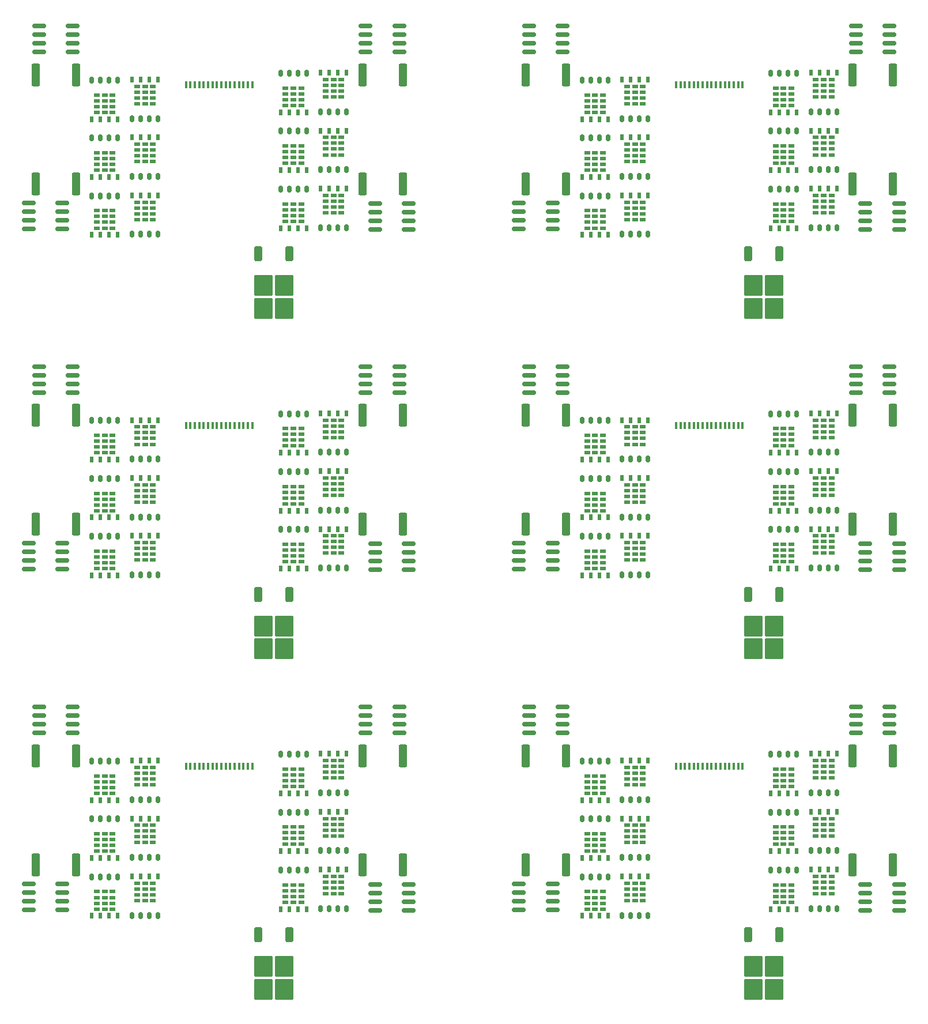
<source format=gbr>
%TF.GenerationSoftware,KiCad,Pcbnew,8.0.2*%
%TF.CreationDate,2024-05-05T14:00:19+02:00*%
%TF.ProjectId,panelized,70616e65-6c69-47a6-9564-2e6b69636164,rev?*%
%TF.SameCoordinates,Original*%
%TF.FileFunction,Paste,Bot*%
%TF.FilePolarity,Positive*%
%FSLAX46Y46*%
G04 Gerber Fmt 4.6, Leading zero omitted, Abs format (unit mm)*
G04 Created by KiCad (PCBNEW 8.0.2) date 2024-05-05 14:00:19*
%MOMM*%
%LPD*%
G01*
G04 APERTURE LIST*
G04 Aperture macros list*
%AMRoundRect*
0 Rectangle with rounded corners*
0 $1 Rounding radius*
0 $2 $3 $4 $5 $6 $7 $8 $9 X,Y pos of 4 corners*
0 Add a 4 corners polygon primitive as box body*
4,1,4,$2,$3,$4,$5,$6,$7,$8,$9,$2,$3,0*
0 Add four circle primitives for the rounded corners*
1,1,$1+$1,$2,$3*
1,1,$1+$1,$4,$5*
1,1,$1+$1,$6,$7*
1,1,$1+$1,$8,$9*
0 Add four rect primitives between the rounded corners*
20,1,$1+$1,$2,$3,$4,$5,0*
20,1,$1+$1,$4,$5,$6,$7,0*
20,1,$1+$1,$6,$7,$8,$9,0*
20,1,$1+$1,$8,$9,$2,$3,0*%
G04 Aperture macros list end*
%ADD10R,0.900000X0.600000*%
%ADD11R,0.600000X0.900000*%
%ADD12RoundRect,0.150000X0.150000X0.375000X-0.150000X0.375000X-0.150000X-0.375000X0.150000X-0.375000X0*%
%ADD13RoundRect,0.150000X-0.150000X-0.375000X0.150000X-0.375000X0.150000X0.375000X-0.150000X0.375000X0*%
%ADD14RoundRect,0.250000X0.362500X1.425000X-0.362500X1.425000X-0.362500X-1.425000X0.362500X-1.425000X0*%
%ADD15RoundRect,0.150000X0.825000X0.150000X-0.825000X0.150000X-0.825000X-0.150000X0.825000X-0.150000X0*%
%ADD16RoundRect,0.150000X-0.825000X-0.150000X0.825000X-0.150000X0.825000X0.150000X-0.825000X0.150000X0*%
%ADD17R,0.350000X1.000000*%
%ADD18RoundRect,0.250000X-0.362500X-1.425000X0.362500X-1.425000X0.362500X1.425000X-0.362500X1.425000X0*%
%ADD19RoundRect,0.250000X-0.350000X0.850000X-0.350000X-0.850000X0.350000X-0.850000X0.350000X0.850000X0*%
%ADD20RoundRect,0.250000X-1.125000X1.275000X-1.125000X-1.275000X1.125000X-1.275000X1.125000X1.275000X0*%
G04 APERTURE END LIST*
D10*
%TO.C,Q12*%
X126051000Y-127450000D03*
X124901000Y-127450000D03*
X123751000Y-127450000D03*
X126051000Y-128300000D03*
X124901000Y-128300000D03*
X123751000Y-128300000D03*
X126051000Y-129150000D03*
X124901000Y-129150000D03*
X123751000Y-129150000D03*
X126051000Y-130000000D03*
X124901000Y-130000000D03*
X123751000Y-130000000D03*
D11*
X126806000Y-131000000D03*
X125536000Y-131000000D03*
X124266000Y-131000000D03*
X122996000Y-131000000D03*
D12*
X125536000Y-125275000D03*
X124266000Y-125275000D03*
X122996000Y-125275000D03*
X126806000Y-125275000D03*
%TD*%
D10*
%TO.C,Q7*%
X57651000Y-120250000D03*
X58801000Y-120250000D03*
X59951000Y-120250000D03*
X57651000Y-119400000D03*
X58801000Y-119400000D03*
X59951000Y-119400000D03*
X57651000Y-118550000D03*
X58801000Y-118550000D03*
X59951000Y-118550000D03*
X57651000Y-117700000D03*
X58801000Y-117700000D03*
X59951000Y-117700000D03*
D11*
X56896000Y-116700000D03*
X58166000Y-116700000D03*
X59436000Y-116700000D03*
X60706000Y-116700000D03*
D13*
X58166000Y-122425000D03*
X59436000Y-122425000D03*
X60706000Y-122425000D03*
X56896000Y-122425000D03*
%TD*%
D10*
%TO.C,Q7*%
X57651000Y-70250000D03*
X58801000Y-70250000D03*
X59951000Y-70250000D03*
X57651000Y-69400000D03*
X58801000Y-69400000D03*
X59951000Y-69400000D03*
X57651000Y-68550000D03*
X58801000Y-68550000D03*
X59951000Y-68550000D03*
X57651000Y-67700000D03*
X58801000Y-67700000D03*
X59951000Y-67700000D03*
D11*
X56896000Y-66700000D03*
X58166000Y-66700000D03*
X59436000Y-66700000D03*
X60706000Y-66700000D03*
D13*
X58166000Y-72425000D03*
X59436000Y-72425000D03*
X60706000Y-72425000D03*
X56896000Y-72425000D03*
%TD*%
D14*
%TO.C,R15*%
X92963500Y-8500000D03*
X87038500Y-8500000D03*
%TD*%
D15*
%TO.C,U7*%
X18976000Y-77295000D03*
X18976000Y-78565000D03*
X18976000Y-79835000D03*
X18976000Y-81105000D03*
X14026000Y-81105000D03*
X14026000Y-79835000D03*
X14026000Y-78565000D03*
X14026000Y-77295000D03*
%TD*%
D10*
%TO.C,Q8*%
X101951000Y-29750000D03*
X103101000Y-29750000D03*
X104251000Y-29750000D03*
X101951000Y-28900000D03*
X103101000Y-28900000D03*
X104251000Y-28900000D03*
X101951000Y-28050000D03*
X103101000Y-28050000D03*
X104251000Y-28050000D03*
X101951000Y-27200000D03*
X103101000Y-27200000D03*
X104251000Y-27200000D03*
D11*
X101196000Y-26200000D03*
X102466000Y-26200000D03*
X103736000Y-26200000D03*
X105006000Y-26200000D03*
D13*
X102466000Y-31925000D03*
X103736000Y-31925000D03*
X105006000Y-31925000D03*
X101196000Y-31925000D03*
%TD*%
D16*
%TO.C,U14*%
X63526000Y-105155000D03*
X63526000Y-103885000D03*
X63526000Y-102615000D03*
X63526000Y-101345000D03*
X68476000Y-101345000D03*
X68476000Y-102615000D03*
X68476000Y-103885000D03*
X68476000Y-105155000D03*
%TD*%
D17*
%TO.C,U16*%
X109126000Y-60000000D03*
X109776000Y-60000000D03*
X110426000Y-60000000D03*
X111076000Y-60000000D03*
X111726000Y-60000000D03*
X112376000Y-60000000D03*
X113026000Y-60000000D03*
X113676000Y-60000000D03*
X114326000Y-60000000D03*
X114976000Y-60000000D03*
X115626000Y-60000000D03*
X116276000Y-60000000D03*
X116926000Y-60000000D03*
X117576000Y-60000000D03*
X118226000Y-60000000D03*
X118876000Y-60000000D03*
%TD*%
D10*
%TO.C,Q9*%
X101951000Y-112750000D03*
X103101000Y-112750000D03*
X104251000Y-112750000D03*
X101951000Y-111900000D03*
X103101000Y-111900000D03*
X104251000Y-111900000D03*
X101951000Y-111050000D03*
X103101000Y-111050000D03*
X104251000Y-111050000D03*
X101951000Y-110200000D03*
X103101000Y-110200000D03*
X104251000Y-110200000D03*
D11*
X101196000Y-109200000D03*
X102466000Y-109200000D03*
X103736000Y-109200000D03*
X105006000Y-109200000D03*
D13*
X102466000Y-114925000D03*
X103736000Y-114925000D03*
X105006000Y-114925000D03*
X101196000Y-114925000D03*
%TD*%
D10*
%TO.C,Q13*%
X126051000Y-118950000D03*
X124901000Y-118950000D03*
X123751000Y-118950000D03*
X126051000Y-119800000D03*
X124901000Y-119800000D03*
X123751000Y-119800000D03*
X126051000Y-120650000D03*
X124901000Y-120650000D03*
X123751000Y-120650000D03*
X126051000Y-121500000D03*
X124901000Y-121500000D03*
X123751000Y-121500000D03*
D11*
X126806000Y-122500000D03*
X125536000Y-122500000D03*
X124266000Y-122500000D03*
X122996000Y-122500000D03*
D12*
X125536000Y-116775000D03*
X124266000Y-116775000D03*
X122996000Y-116775000D03*
X126806000Y-116775000D03*
%TD*%
D10*
%TO.C,Q11*%
X126051000Y-110450000D03*
X124901000Y-110450000D03*
X123751000Y-110450000D03*
X126051000Y-111300000D03*
X124901000Y-111300000D03*
X123751000Y-111300000D03*
X126051000Y-112150000D03*
X124901000Y-112150000D03*
X123751000Y-112150000D03*
X126051000Y-113000000D03*
X124901000Y-113000000D03*
X123751000Y-113000000D03*
D11*
X126806000Y-114000000D03*
X125536000Y-114000000D03*
X124266000Y-114000000D03*
X122996000Y-114000000D03*
D12*
X125536000Y-108275000D03*
X124266000Y-108275000D03*
X122996000Y-108275000D03*
X126806000Y-108275000D03*
%TD*%
D18*
%TO.C,R25*%
X63038500Y-124500000D03*
X68963500Y-124500000D03*
%TD*%
D10*
%TO.C,Q7*%
X129651000Y-20250000D03*
X130801000Y-20250000D03*
X131951000Y-20250000D03*
X129651000Y-19400000D03*
X130801000Y-19400000D03*
X131951000Y-19400000D03*
X129651000Y-18550000D03*
X130801000Y-18550000D03*
X131951000Y-18550000D03*
X129651000Y-17700000D03*
X130801000Y-17700000D03*
X131951000Y-17700000D03*
D11*
X128896000Y-16700000D03*
X130166000Y-16700000D03*
X131436000Y-16700000D03*
X132706000Y-16700000D03*
D13*
X130166000Y-22425000D03*
X131436000Y-22425000D03*
X132706000Y-22425000D03*
X128896000Y-22425000D03*
%TD*%
D15*
%TO.C,U7*%
X18976000Y-127295000D03*
X18976000Y-128565000D03*
X18976000Y-129835000D03*
X18976000Y-131105000D03*
X14026000Y-131105000D03*
X14026000Y-129835000D03*
X14026000Y-128565000D03*
X14026000Y-127295000D03*
%TD*%
D10*
%TO.C,Q6*%
X129651000Y-28750000D03*
X130801000Y-28750000D03*
X131951000Y-28750000D03*
X129651000Y-27900000D03*
X130801000Y-27900000D03*
X131951000Y-27900000D03*
X129651000Y-27050000D03*
X130801000Y-27050000D03*
X131951000Y-27050000D03*
X129651000Y-26200000D03*
X130801000Y-26200000D03*
X131951000Y-26200000D03*
D11*
X128896000Y-25200000D03*
X130166000Y-25200000D03*
X131436000Y-25200000D03*
X132706000Y-25200000D03*
D13*
X130166000Y-30925000D03*
X131436000Y-30925000D03*
X132706000Y-30925000D03*
X128896000Y-30925000D03*
%TD*%
D14*
%TO.C,R15*%
X92963500Y-58500000D03*
X87038500Y-58500000D03*
%TD*%
D10*
%TO.C,Q3*%
X98351000Y-111449999D03*
X97201000Y-111449999D03*
X96051000Y-111449999D03*
X98351000Y-112299999D03*
X97201000Y-112299999D03*
X96051000Y-112299999D03*
X98351000Y-113149999D03*
X97201000Y-113149999D03*
X96051000Y-113149999D03*
X98351000Y-113999999D03*
X97201000Y-113999999D03*
X96051000Y-113999999D03*
D11*
X99106000Y-114999999D03*
X97836000Y-114999999D03*
X96566000Y-114999999D03*
X95296000Y-114999999D03*
D12*
X97836000Y-109274999D03*
X96566000Y-109274999D03*
X95296000Y-109274999D03*
X99106000Y-109274999D03*
%TD*%
D17*
%TO.C,U16*%
X37126000Y-60000000D03*
X37776000Y-60000000D03*
X38426000Y-60000000D03*
X39076000Y-60000000D03*
X39726000Y-60000000D03*
X40376000Y-60000000D03*
X41026000Y-60000000D03*
X41676000Y-60000000D03*
X42326000Y-60000000D03*
X42976000Y-60000000D03*
X43626000Y-60000000D03*
X44276000Y-60000000D03*
X44926000Y-60000000D03*
X45576000Y-60000000D03*
X46226000Y-60000000D03*
X46876000Y-60000000D03*
%TD*%
D15*
%TO.C,U7*%
X18976000Y-27295000D03*
X18976000Y-28565000D03*
X18976000Y-29835000D03*
X18976000Y-31105000D03*
X14026000Y-31105000D03*
X14026000Y-29835000D03*
X14026000Y-28565000D03*
X14026000Y-27295000D03*
%TD*%
D10*
%TO.C,Q8*%
X101951000Y-79750000D03*
X103101000Y-79750000D03*
X104251000Y-79750000D03*
X101951000Y-78900000D03*
X103101000Y-78900000D03*
X104251000Y-78900000D03*
X101951000Y-78050000D03*
X103101000Y-78050000D03*
X104251000Y-78050000D03*
X101951000Y-77200000D03*
X103101000Y-77200000D03*
X104251000Y-77200000D03*
D11*
X101196000Y-76200000D03*
X102466000Y-76200000D03*
X103736000Y-76200000D03*
X105006000Y-76200000D03*
D13*
X102466000Y-81925000D03*
X103736000Y-81925000D03*
X105006000Y-81925000D03*
X101196000Y-81925000D03*
%TD*%
D10*
%TO.C,Q9*%
X29951000Y-62750000D03*
X31101000Y-62750000D03*
X32251000Y-62750000D03*
X29951000Y-61900000D03*
X31101000Y-61900000D03*
X32251000Y-61900000D03*
X29951000Y-61050000D03*
X31101000Y-61050000D03*
X32251000Y-61050000D03*
X29951000Y-60200000D03*
X31101000Y-60200000D03*
X32251000Y-60200000D03*
D11*
X29196000Y-59200000D03*
X30466000Y-59200000D03*
X31736000Y-59200000D03*
X33006000Y-59200000D03*
D13*
X30466000Y-64925000D03*
X31736000Y-64925000D03*
X33006000Y-64925000D03*
X29196000Y-64925000D03*
%TD*%
D17*
%TO.C,U16*%
X37126000Y-10000000D03*
X37776000Y-10000000D03*
X38426000Y-10000000D03*
X39076000Y-10000000D03*
X39726000Y-10000000D03*
X40376000Y-10000000D03*
X41026000Y-10000000D03*
X41676000Y-10000000D03*
X42326000Y-10000000D03*
X42976000Y-10000000D03*
X43626000Y-10000000D03*
X44276000Y-10000000D03*
X44926000Y-10000000D03*
X45576000Y-10000000D03*
X46226000Y-10000000D03*
X46876000Y-10000000D03*
%TD*%
D10*
%TO.C,Q12*%
X54051000Y-127450000D03*
X52901000Y-127450000D03*
X51751000Y-127450000D03*
X54051000Y-128300000D03*
X52901000Y-128300000D03*
X51751000Y-128300000D03*
X54051000Y-129150000D03*
X52901000Y-129150000D03*
X51751000Y-129150000D03*
X54051000Y-130000000D03*
X52901000Y-130000000D03*
X51751000Y-130000000D03*
D11*
X54806000Y-131000000D03*
X53536000Y-131000000D03*
X52266000Y-131000000D03*
X50996000Y-131000000D03*
D12*
X53536000Y-125275000D03*
X52266000Y-125275000D03*
X50996000Y-125275000D03*
X54806000Y-125275000D03*
%TD*%
D10*
%TO.C,Q2*%
X98351000Y-28449999D03*
X97201000Y-28449999D03*
X96051000Y-28449999D03*
X98351000Y-29299999D03*
X97201000Y-29299999D03*
X96051000Y-29299999D03*
X98351000Y-30149999D03*
X97201000Y-30149999D03*
X96051000Y-30149999D03*
X98351000Y-30999999D03*
X97201000Y-30999999D03*
X96051000Y-30999999D03*
D11*
X99106000Y-31999999D03*
X97836000Y-31999999D03*
X96566000Y-31999999D03*
X95296000Y-31999999D03*
D12*
X97836000Y-26274999D03*
X96566000Y-26274999D03*
X95296000Y-26274999D03*
X99106000Y-26274999D03*
%TD*%
D16*
%TO.C,U8*%
X15526000Y-105155000D03*
X15526000Y-103885000D03*
X15526000Y-102615000D03*
X15526000Y-101345000D03*
X20476000Y-101345000D03*
X20476000Y-102615000D03*
X20476000Y-103885000D03*
X20476000Y-105155000D03*
%TD*%
%TO.C,U14*%
X63526000Y-55155000D03*
X63526000Y-53885000D03*
X63526000Y-52615000D03*
X63526000Y-51345000D03*
X68476000Y-51345000D03*
X68476000Y-52615000D03*
X68476000Y-53885000D03*
X68476000Y-55155000D03*
%TD*%
D10*
%TO.C,Q11*%
X54051000Y-10450000D03*
X52901000Y-10450000D03*
X51751000Y-10450000D03*
X54051000Y-11300000D03*
X52901000Y-11300000D03*
X51751000Y-11300000D03*
X54051000Y-12150000D03*
X52901000Y-12150000D03*
X51751000Y-12150000D03*
X54051000Y-13000000D03*
X52901000Y-13000000D03*
X51751000Y-13000000D03*
D11*
X54806000Y-14000000D03*
X53536000Y-14000000D03*
X52266000Y-14000000D03*
X50996000Y-14000000D03*
D12*
X53536000Y-8275000D03*
X52266000Y-8275000D03*
X50996000Y-8275000D03*
X54806000Y-8275000D03*
%TD*%
D16*
%TO.C,U8*%
X15526000Y-55155000D03*
X15526000Y-53885000D03*
X15526000Y-52615000D03*
X15526000Y-51345000D03*
X20476000Y-51345000D03*
X20476000Y-52615000D03*
X20476000Y-53885000D03*
X20476000Y-55155000D03*
%TD*%
D10*
%TO.C,Q3*%
X26351000Y-61449999D03*
X25201000Y-61449999D03*
X24051000Y-61449999D03*
X26351000Y-62299999D03*
X25201000Y-62299999D03*
X24051000Y-62299999D03*
X26351000Y-63149999D03*
X25201000Y-63149999D03*
X24051000Y-63149999D03*
X26351000Y-63999999D03*
X25201000Y-63999999D03*
X24051000Y-63999999D03*
D11*
X27106000Y-64999999D03*
X25836000Y-64999999D03*
X24566000Y-64999999D03*
X23296000Y-64999999D03*
D12*
X25836000Y-59274999D03*
X24566000Y-59274999D03*
X23296000Y-59274999D03*
X27106000Y-59274999D03*
%TD*%
D10*
%TO.C,Q5*%
X129651000Y-111750000D03*
X130801000Y-111750000D03*
X131951000Y-111750000D03*
X129651000Y-110900000D03*
X130801000Y-110900000D03*
X131951000Y-110900000D03*
X129651000Y-110050000D03*
X130801000Y-110050000D03*
X131951000Y-110050000D03*
X129651000Y-109200000D03*
X130801000Y-109200000D03*
X131951000Y-109200000D03*
D11*
X128896000Y-108200000D03*
X130166000Y-108200000D03*
X131436000Y-108200000D03*
X132706000Y-108200000D03*
D13*
X130166000Y-113925000D03*
X131436000Y-113925000D03*
X132706000Y-113925000D03*
X128896000Y-113925000D03*
%TD*%
D10*
%TO.C,Q5*%
X129651000Y-11750000D03*
X130801000Y-11750000D03*
X131951000Y-11750000D03*
X129651000Y-10900000D03*
X130801000Y-10900000D03*
X131951000Y-10900000D03*
X129651000Y-10050000D03*
X130801000Y-10050000D03*
X131951000Y-10050000D03*
X129651000Y-9200000D03*
X130801000Y-9200000D03*
X131951000Y-9200000D03*
D11*
X128896000Y-8200000D03*
X130166000Y-8200000D03*
X131436000Y-8200000D03*
X132706000Y-8200000D03*
D13*
X130166000Y-13925000D03*
X131436000Y-13925000D03*
X132706000Y-13925000D03*
X128896000Y-13925000D03*
%TD*%
D16*
%TO.C,U8*%
X87526000Y-5155000D03*
X87526000Y-3885000D03*
X87526000Y-2615000D03*
X87526000Y-1345000D03*
X92476000Y-1345000D03*
X92476000Y-2615000D03*
X92476000Y-3885000D03*
X92476000Y-5155000D03*
%TD*%
D10*
%TO.C,Q4*%
X26351000Y-69949999D03*
X25201000Y-69949999D03*
X24051000Y-69949999D03*
X26351000Y-70799999D03*
X25201000Y-70799999D03*
X24051000Y-70799999D03*
X26351000Y-71649999D03*
X25201000Y-71649999D03*
X24051000Y-71649999D03*
X26351000Y-72499999D03*
X25201000Y-72499999D03*
X24051000Y-72499999D03*
D11*
X27106000Y-73499999D03*
X25836000Y-73499999D03*
X24566000Y-73499999D03*
X23296000Y-73499999D03*
D12*
X25836000Y-67774999D03*
X24566000Y-67774999D03*
X23296000Y-67774999D03*
X27106000Y-67774999D03*
%TD*%
D10*
%TO.C,Q7*%
X57651000Y-20250000D03*
X58801000Y-20250000D03*
X59951000Y-20250000D03*
X57651000Y-19400000D03*
X58801000Y-19400000D03*
X59951000Y-19400000D03*
X57651000Y-18550000D03*
X58801000Y-18550000D03*
X59951000Y-18550000D03*
X57651000Y-17700000D03*
X58801000Y-17700000D03*
X59951000Y-17700000D03*
D11*
X56896000Y-16700000D03*
X58166000Y-16700000D03*
X59436000Y-16700000D03*
X60706000Y-16700000D03*
D13*
X58166000Y-22425000D03*
X59436000Y-22425000D03*
X60706000Y-22425000D03*
X56896000Y-22425000D03*
%TD*%
D16*
%TO.C,U14*%
X135526000Y-105155000D03*
X135526000Y-103885000D03*
X135526000Y-102615000D03*
X135526000Y-101345000D03*
X140476000Y-101345000D03*
X140476000Y-102615000D03*
X140476000Y-103885000D03*
X140476000Y-105155000D03*
%TD*%
D10*
%TO.C,Q13*%
X54051000Y-118950000D03*
X52901000Y-118950000D03*
X51751000Y-118950000D03*
X54051000Y-119800000D03*
X52901000Y-119800000D03*
X51751000Y-119800000D03*
X54051000Y-120650000D03*
X52901000Y-120650000D03*
X51751000Y-120650000D03*
X54051000Y-121500000D03*
X52901000Y-121500000D03*
X51751000Y-121500000D03*
D11*
X54806000Y-122500000D03*
X53536000Y-122500000D03*
X52266000Y-122500000D03*
X50996000Y-122500000D03*
D12*
X53536000Y-116775000D03*
X52266000Y-116775000D03*
X50996000Y-116775000D03*
X54806000Y-116775000D03*
%TD*%
D10*
%TO.C,Q2*%
X98351000Y-128449999D03*
X97201000Y-128449999D03*
X96051000Y-128449999D03*
X98351000Y-129299999D03*
X97201000Y-129299999D03*
X96051000Y-129299999D03*
X98351000Y-130149999D03*
X97201000Y-130149999D03*
X96051000Y-130149999D03*
X98351000Y-130999999D03*
X97201000Y-130999999D03*
X96051000Y-130999999D03*
D11*
X99106000Y-131999999D03*
X97836000Y-131999999D03*
X96566000Y-131999999D03*
X95296000Y-131999999D03*
D12*
X97836000Y-126274999D03*
X96566000Y-126274999D03*
X95296000Y-126274999D03*
X99106000Y-126274999D03*
%TD*%
D18*
%TO.C,R25*%
X135038500Y-24500000D03*
X140963500Y-24500000D03*
%TD*%
D10*
%TO.C,Q6*%
X129651000Y-78750000D03*
X130801000Y-78750000D03*
X131951000Y-78750000D03*
X129651000Y-77900000D03*
X130801000Y-77900000D03*
X131951000Y-77900000D03*
X129651000Y-77050000D03*
X130801000Y-77050000D03*
X131951000Y-77050000D03*
X129651000Y-76200000D03*
X130801000Y-76200000D03*
X131951000Y-76200000D03*
D11*
X128896000Y-75200000D03*
X130166000Y-75200000D03*
X131436000Y-75200000D03*
X132706000Y-75200000D03*
D13*
X130166000Y-80925000D03*
X131436000Y-80925000D03*
X132706000Y-80925000D03*
X128896000Y-80925000D03*
%TD*%
D10*
%TO.C,Q10*%
X29951000Y-21250000D03*
X31101000Y-21250000D03*
X32251000Y-21250000D03*
X29951000Y-20400000D03*
X31101000Y-20400000D03*
X32251000Y-20400000D03*
X29951000Y-19550000D03*
X31101000Y-19550000D03*
X32251000Y-19550000D03*
X29951000Y-18700000D03*
X31101000Y-18700000D03*
X32251000Y-18700000D03*
D11*
X29196000Y-17700000D03*
X30466000Y-17700000D03*
X31736000Y-17700000D03*
X33006000Y-17700000D03*
D13*
X30466000Y-23425000D03*
X31736000Y-23425000D03*
X33006000Y-23425000D03*
X29196000Y-23425000D03*
%TD*%
D10*
%TO.C,Q12*%
X126051000Y-77450000D03*
X124901000Y-77450000D03*
X123751000Y-77450000D03*
X126051000Y-78300000D03*
X124901000Y-78300000D03*
X123751000Y-78300000D03*
X126051000Y-79150000D03*
X124901000Y-79150000D03*
X123751000Y-79150000D03*
X126051000Y-80000000D03*
X124901000Y-80000000D03*
X123751000Y-80000000D03*
D11*
X126806000Y-81000000D03*
X125536000Y-81000000D03*
X124266000Y-81000000D03*
X122996000Y-81000000D03*
D12*
X125536000Y-75275000D03*
X124266000Y-75275000D03*
X122996000Y-75275000D03*
X126806000Y-75275000D03*
%TD*%
D16*
%TO.C,U8*%
X87526000Y-55155000D03*
X87526000Y-53885000D03*
X87526000Y-52615000D03*
X87526000Y-51345000D03*
X92476000Y-51345000D03*
X92476000Y-52615000D03*
X92476000Y-53885000D03*
X92476000Y-55155000D03*
%TD*%
%TO.C,U14*%
X135526000Y-5155000D03*
X135526000Y-3885000D03*
X135526000Y-2615000D03*
X135526000Y-1345000D03*
X140476000Y-1345000D03*
X140476000Y-2615000D03*
X140476000Y-3885000D03*
X140476000Y-5155000D03*
%TD*%
D10*
%TO.C,Q7*%
X129651000Y-70250000D03*
X130801000Y-70250000D03*
X131951000Y-70250000D03*
X129651000Y-69400000D03*
X130801000Y-69400000D03*
X131951000Y-69400000D03*
X129651000Y-68550000D03*
X130801000Y-68550000D03*
X131951000Y-68550000D03*
X129651000Y-67700000D03*
X130801000Y-67700000D03*
X131951000Y-67700000D03*
D11*
X128896000Y-66700000D03*
X130166000Y-66700000D03*
X131436000Y-66700000D03*
X132706000Y-66700000D03*
D13*
X130166000Y-72425000D03*
X131436000Y-72425000D03*
X132706000Y-72425000D03*
X128896000Y-72425000D03*
%TD*%
D10*
%TO.C,Q8*%
X29951000Y-29750000D03*
X31101000Y-29750000D03*
X32251000Y-29750000D03*
X29951000Y-28900000D03*
X31101000Y-28900000D03*
X32251000Y-28900000D03*
X29951000Y-28050000D03*
X31101000Y-28050000D03*
X32251000Y-28050000D03*
X29951000Y-27200000D03*
X31101000Y-27200000D03*
X32251000Y-27200000D03*
D11*
X29196000Y-26200000D03*
X30466000Y-26200000D03*
X31736000Y-26200000D03*
X33006000Y-26200000D03*
D13*
X30466000Y-31925000D03*
X31736000Y-31925000D03*
X33006000Y-31925000D03*
X29196000Y-31925000D03*
%TD*%
D14*
%TO.C,R24*%
X68963500Y-108500000D03*
X63038500Y-108500000D03*
%TD*%
D10*
%TO.C,Q10*%
X101951000Y-121250000D03*
X103101000Y-121250000D03*
X104251000Y-121250000D03*
X101951000Y-120400000D03*
X103101000Y-120400000D03*
X104251000Y-120400000D03*
X101951000Y-119550000D03*
X103101000Y-119550000D03*
X104251000Y-119550000D03*
X101951000Y-118700000D03*
X103101000Y-118700000D03*
X104251000Y-118700000D03*
D11*
X101196000Y-117700000D03*
X102466000Y-117700000D03*
X103736000Y-117700000D03*
X105006000Y-117700000D03*
D13*
X102466000Y-123425000D03*
X103736000Y-123425000D03*
X105006000Y-123425000D03*
X101196000Y-123425000D03*
%TD*%
D15*
%TO.C,U7*%
X90976000Y-27295000D03*
X90976000Y-28565000D03*
X90976000Y-29835000D03*
X90976000Y-31105000D03*
X86026000Y-31105000D03*
X86026000Y-29835000D03*
X86026000Y-28565000D03*
X86026000Y-27295000D03*
%TD*%
D10*
%TO.C,Q11*%
X126051000Y-60450000D03*
X124901000Y-60450000D03*
X123751000Y-60450000D03*
X126051000Y-61300000D03*
X124901000Y-61300000D03*
X123751000Y-61300000D03*
X126051000Y-62150000D03*
X124901000Y-62150000D03*
X123751000Y-62150000D03*
X126051000Y-63000000D03*
X124901000Y-63000000D03*
X123751000Y-63000000D03*
D11*
X126806000Y-64000000D03*
X125536000Y-64000000D03*
X124266000Y-64000000D03*
X122996000Y-64000000D03*
D12*
X125536000Y-58275000D03*
X124266000Y-58275000D03*
X122996000Y-58275000D03*
X126806000Y-58275000D03*
%TD*%
D16*
%TO.C,U14*%
X63526000Y-5155000D03*
X63526000Y-3885000D03*
X63526000Y-2615000D03*
X63526000Y-1345000D03*
X68476000Y-1345000D03*
X68476000Y-2615000D03*
X68476000Y-3885000D03*
X68476000Y-5155000D03*
%TD*%
D10*
%TO.C,Q10*%
X101951000Y-21250000D03*
X103101000Y-21250000D03*
X104251000Y-21250000D03*
X101951000Y-20400000D03*
X103101000Y-20400000D03*
X104251000Y-20400000D03*
X101951000Y-19550000D03*
X103101000Y-19550000D03*
X104251000Y-19550000D03*
X101951000Y-18700000D03*
X103101000Y-18700000D03*
X104251000Y-18700000D03*
D11*
X101196000Y-17700000D03*
X102466000Y-17700000D03*
X103736000Y-17700000D03*
X105006000Y-17700000D03*
D13*
X102466000Y-23425000D03*
X103736000Y-23425000D03*
X105006000Y-23425000D03*
X101196000Y-23425000D03*
%TD*%
D14*
%TO.C,R24*%
X140963500Y-58500000D03*
X135038500Y-58500000D03*
%TD*%
D10*
%TO.C,Q6*%
X129651000Y-128750000D03*
X130801000Y-128750000D03*
X131951000Y-128750000D03*
X129651000Y-127900000D03*
X130801000Y-127900000D03*
X131951000Y-127900000D03*
X129651000Y-127050000D03*
X130801000Y-127050000D03*
X131951000Y-127050000D03*
X129651000Y-126200000D03*
X130801000Y-126200000D03*
X131951000Y-126200000D03*
D11*
X128896000Y-125200000D03*
X130166000Y-125200000D03*
X131436000Y-125200000D03*
X132706000Y-125200000D03*
D13*
X130166000Y-130925000D03*
X131436000Y-130925000D03*
X132706000Y-130925000D03*
X128896000Y-130925000D03*
%TD*%
D19*
%TO.C,Q1*%
X119723500Y-84800000D03*
D20*
X123528500Y-89425000D03*
X120478500Y-89425000D03*
X123528500Y-92775000D03*
X120478500Y-92775000D03*
D19*
X124283500Y-84800000D03*
%TD*%
D17*
%TO.C,U16*%
X37126000Y-110000000D03*
X37776000Y-110000000D03*
X38426000Y-110000000D03*
X39076000Y-110000000D03*
X39726000Y-110000000D03*
X40376000Y-110000000D03*
X41026000Y-110000000D03*
X41676000Y-110000000D03*
X42326000Y-110000000D03*
X42976000Y-110000000D03*
X43626000Y-110000000D03*
X44276000Y-110000000D03*
X44926000Y-110000000D03*
X45576000Y-110000000D03*
X46226000Y-110000000D03*
X46876000Y-110000000D03*
%TD*%
D10*
%TO.C,Q11*%
X54051000Y-60450000D03*
X52901000Y-60450000D03*
X51751000Y-60450000D03*
X54051000Y-61300000D03*
X52901000Y-61300000D03*
X51751000Y-61300000D03*
X54051000Y-62150000D03*
X52901000Y-62150000D03*
X51751000Y-62150000D03*
X54051000Y-63000000D03*
X52901000Y-63000000D03*
X51751000Y-63000000D03*
D11*
X54806000Y-64000000D03*
X53536000Y-64000000D03*
X52266000Y-64000000D03*
X50996000Y-64000000D03*
D12*
X53536000Y-58275000D03*
X52266000Y-58275000D03*
X50996000Y-58275000D03*
X54806000Y-58275000D03*
%TD*%
D10*
%TO.C,Q9*%
X101951000Y-12750000D03*
X103101000Y-12750000D03*
X104251000Y-12750000D03*
X101951000Y-11900000D03*
X103101000Y-11900000D03*
X104251000Y-11900000D03*
X101951000Y-11050000D03*
X103101000Y-11050000D03*
X104251000Y-11050000D03*
X101951000Y-10200000D03*
X103101000Y-10200000D03*
X104251000Y-10200000D03*
D11*
X101196000Y-9200000D03*
X102466000Y-9200000D03*
X103736000Y-9200000D03*
X105006000Y-9200000D03*
D13*
X102466000Y-14925000D03*
X103736000Y-14925000D03*
X105006000Y-14925000D03*
X101196000Y-14925000D03*
%TD*%
D16*
%TO.C,U14*%
X135526000Y-55155000D03*
X135526000Y-53885000D03*
X135526000Y-52615000D03*
X135526000Y-51345000D03*
X140476000Y-51345000D03*
X140476000Y-52615000D03*
X140476000Y-53885000D03*
X140476000Y-55155000D03*
%TD*%
D10*
%TO.C,Q7*%
X129651000Y-120250000D03*
X130801000Y-120250000D03*
X131951000Y-120250000D03*
X129651000Y-119400000D03*
X130801000Y-119400000D03*
X131951000Y-119400000D03*
X129651000Y-118550000D03*
X130801000Y-118550000D03*
X131951000Y-118550000D03*
X129651000Y-117700000D03*
X130801000Y-117700000D03*
X131951000Y-117700000D03*
D11*
X128896000Y-116700000D03*
X130166000Y-116700000D03*
X131436000Y-116700000D03*
X132706000Y-116700000D03*
D13*
X130166000Y-122425000D03*
X131436000Y-122425000D03*
X132706000Y-122425000D03*
X128896000Y-122425000D03*
%TD*%
D10*
%TO.C,Q5*%
X129651000Y-61750000D03*
X130801000Y-61750000D03*
X131951000Y-61750000D03*
X129651000Y-60900000D03*
X130801000Y-60900000D03*
X131951000Y-60900000D03*
X129651000Y-60050000D03*
X130801000Y-60050000D03*
X131951000Y-60050000D03*
X129651000Y-59200000D03*
X130801000Y-59200000D03*
X131951000Y-59200000D03*
D11*
X128896000Y-58200000D03*
X130166000Y-58200000D03*
X131436000Y-58200000D03*
X132706000Y-58200000D03*
D13*
X130166000Y-63925000D03*
X131436000Y-63925000D03*
X132706000Y-63925000D03*
X128896000Y-63925000D03*
%TD*%
D10*
%TO.C,Q4*%
X98351000Y-19949999D03*
X97201000Y-19949999D03*
X96051000Y-19949999D03*
X98351000Y-20799999D03*
X97201000Y-20799999D03*
X96051000Y-20799999D03*
X98351000Y-21649999D03*
X97201000Y-21649999D03*
X96051000Y-21649999D03*
X98351000Y-22499999D03*
X97201000Y-22499999D03*
X96051000Y-22499999D03*
D11*
X99106000Y-23499999D03*
X97836000Y-23499999D03*
X96566000Y-23499999D03*
X95296000Y-23499999D03*
D12*
X97836000Y-17774999D03*
X96566000Y-17774999D03*
X95296000Y-17774999D03*
X99106000Y-17774999D03*
%TD*%
D14*
%TO.C,R15*%
X92963500Y-108500000D03*
X87038500Y-108500000D03*
%TD*%
D15*
%TO.C,U15*%
X141876000Y-127395000D03*
X141876000Y-128665000D03*
X141876000Y-129935000D03*
X141876000Y-131205000D03*
X136926000Y-131205000D03*
X136926000Y-129935000D03*
X136926000Y-128665000D03*
X136926000Y-127395000D03*
%TD*%
D10*
%TO.C,Q5*%
X57651000Y-111750000D03*
X58801000Y-111750000D03*
X59951000Y-111750000D03*
X57651000Y-110900000D03*
X58801000Y-110900000D03*
X59951000Y-110900000D03*
X57651000Y-110050000D03*
X58801000Y-110050000D03*
X59951000Y-110050000D03*
X57651000Y-109200000D03*
X58801000Y-109200000D03*
X59951000Y-109200000D03*
D11*
X56896000Y-108200000D03*
X58166000Y-108200000D03*
X59436000Y-108200000D03*
X60706000Y-108200000D03*
D13*
X58166000Y-113925000D03*
X59436000Y-113925000D03*
X60706000Y-113925000D03*
X56896000Y-113925000D03*
%TD*%
D15*
%TO.C,U15*%
X141876000Y-77395000D03*
X141876000Y-78665000D03*
X141876000Y-79935000D03*
X141876000Y-81205000D03*
X136926000Y-81205000D03*
X136926000Y-79935000D03*
X136926000Y-78665000D03*
X136926000Y-77395000D03*
%TD*%
D18*
%TO.C,R25*%
X135038500Y-74500000D03*
X140963500Y-74500000D03*
%TD*%
D16*
%TO.C,U8*%
X87526000Y-105155000D03*
X87526000Y-103885000D03*
X87526000Y-102615000D03*
X87526000Y-101345000D03*
X92476000Y-101345000D03*
X92476000Y-102615000D03*
X92476000Y-103885000D03*
X92476000Y-105155000D03*
%TD*%
D15*
%TO.C,U15*%
X69876000Y-27395000D03*
X69876000Y-28665000D03*
X69876000Y-29935000D03*
X69876000Y-31205000D03*
X64926000Y-31205000D03*
X64926000Y-29935000D03*
X64926000Y-28665000D03*
X64926000Y-27395000D03*
%TD*%
D14*
%TO.C,R24*%
X68963500Y-58500000D03*
X63038500Y-58500000D03*
%TD*%
D18*
%TO.C,R25*%
X135038500Y-124500000D03*
X140963500Y-124500000D03*
%TD*%
D14*
%TO.C,R24*%
X140963500Y-8500000D03*
X135038500Y-8500000D03*
%TD*%
D18*
%TO.C,R14*%
X87038500Y-74500000D03*
X92963500Y-74500000D03*
%TD*%
D10*
%TO.C,Q8*%
X29951000Y-129750000D03*
X31101000Y-129750000D03*
X32251000Y-129750000D03*
X29951000Y-128900000D03*
X31101000Y-128900000D03*
X32251000Y-128900000D03*
X29951000Y-128050000D03*
X31101000Y-128050000D03*
X32251000Y-128050000D03*
X29951000Y-127200000D03*
X31101000Y-127200000D03*
X32251000Y-127200000D03*
D11*
X29196000Y-126200000D03*
X30466000Y-126200000D03*
X31736000Y-126200000D03*
X33006000Y-126200000D03*
D13*
X30466000Y-131925000D03*
X31736000Y-131925000D03*
X33006000Y-131925000D03*
X29196000Y-131925000D03*
%TD*%
D10*
%TO.C,Q10*%
X29951000Y-121250000D03*
X31101000Y-121250000D03*
X32251000Y-121250000D03*
X29951000Y-120400000D03*
X31101000Y-120400000D03*
X32251000Y-120400000D03*
X29951000Y-119550000D03*
X31101000Y-119550000D03*
X32251000Y-119550000D03*
X29951000Y-118700000D03*
X31101000Y-118700000D03*
X32251000Y-118700000D03*
D11*
X29196000Y-117700000D03*
X30466000Y-117700000D03*
X31736000Y-117700000D03*
X33006000Y-117700000D03*
D13*
X30466000Y-123425000D03*
X31736000Y-123425000D03*
X33006000Y-123425000D03*
X29196000Y-123425000D03*
%TD*%
D10*
%TO.C,Q13*%
X54051000Y-18950000D03*
X52901000Y-18950000D03*
X51751000Y-18950000D03*
X54051000Y-19800000D03*
X52901000Y-19800000D03*
X51751000Y-19800000D03*
X54051000Y-20650000D03*
X52901000Y-20650000D03*
X51751000Y-20650000D03*
X54051000Y-21500000D03*
X52901000Y-21500000D03*
X51751000Y-21500000D03*
D11*
X54806000Y-22500000D03*
X53536000Y-22500000D03*
X52266000Y-22500000D03*
X50996000Y-22500000D03*
D12*
X53536000Y-16775000D03*
X52266000Y-16775000D03*
X50996000Y-16775000D03*
X54806000Y-16775000D03*
%TD*%
D10*
%TO.C,Q2*%
X26351000Y-128449999D03*
X25201000Y-128449999D03*
X24051000Y-128449999D03*
X26351000Y-129299999D03*
X25201000Y-129299999D03*
X24051000Y-129299999D03*
X26351000Y-130149999D03*
X25201000Y-130149999D03*
X24051000Y-130149999D03*
X26351000Y-130999999D03*
X25201000Y-130999999D03*
X24051000Y-130999999D03*
D11*
X27106000Y-131999999D03*
X25836000Y-131999999D03*
X24566000Y-131999999D03*
X23296000Y-131999999D03*
D12*
X25836000Y-126274999D03*
X24566000Y-126274999D03*
X23296000Y-126274999D03*
X27106000Y-126274999D03*
%TD*%
D10*
%TO.C,Q12*%
X54051000Y-77450000D03*
X52901000Y-77450000D03*
X51751000Y-77450000D03*
X54051000Y-78300000D03*
X52901000Y-78300000D03*
X51751000Y-78300000D03*
X54051000Y-79150000D03*
X52901000Y-79150000D03*
X51751000Y-79150000D03*
X54051000Y-80000000D03*
X52901000Y-80000000D03*
X51751000Y-80000000D03*
D11*
X54806000Y-81000000D03*
X53536000Y-81000000D03*
X52266000Y-81000000D03*
X50996000Y-81000000D03*
D12*
X53536000Y-75275000D03*
X52266000Y-75275000D03*
X50996000Y-75275000D03*
X54806000Y-75275000D03*
%TD*%
D18*
%TO.C,R14*%
X87038500Y-124500000D03*
X92963500Y-124500000D03*
%TD*%
D15*
%TO.C,U15*%
X141876000Y-27395000D03*
X141876000Y-28665000D03*
X141876000Y-29935000D03*
X141876000Y-31205000D03*
X136926000Y-31205000D03*
X136926000Y-29935000D03*
X136926000Y-28665000D03*
X136926000Y-27395000D03*
%TD*%
D10*
%TO.C,Q3*%
X98351000Y-11449999D03*
X97201000Y-11449999D03*
X96051000Y-11449999D03*
X98351000Y-12299999D03*
X97201000Y-12299999D03*
X96051000Y-12299999D03*
X98351000Y-13149999D03*
X97201000Y-13149999D03*
X96051000Y-13149999D03*
X98351000Y-13999999D03*
X97201000Y-13999999D03*
X96051000Y-13999999D03*
D11*
X99106000Y-14999999D03*
X97836000Y-14999999D03*
X96566000Y-14999999D03*
X95296000Y-14999999D03*
D12*
X97836000Y-9274999D03*
X96566000Y-9274999D03*
X95296000Y-9274999D03*
X99106000Y-9274999D03*
%TD*%
D19*
%TO.C,Q1*%
X47723500Y-34800000D03*
D20*
X51528500Y-39425000D03*
X48478500Y-39425000D03*
X51528500Y-42775000D03*
X48478500Y-42775000D03*
D19*
X52283500Y-34800000D03*
%TD*%
D18*
%TO.C,R14*%
X15038500Y-124500000D03*
X20963500Y-124500000D03*
%TD*%
D10*
%TO.C,Q2*%
X26351000Y-78449999D03*
X25201000Y-78449999D03*
X24051000Y-78449999D03*
X26351000Y-79299999D03*
X25201000Y-79299999D03*
X24051000Y-79299999D03*
X26351000Y-80149999D03*
X25201000Y-80149999D03*
X24051000Y-80149999D03*
X26351000Y-80999999D03*
X25201000Y-80999999D03*
X24051000Y-80999999D03*
D11*
X27106000Y-81999999D03*
X25836000Y-81999999D03*
X24566000Y-81999999D03*
X23296000Y-81999999D03*
D12*
X25836000Y-76274999D03*
X24566000Y-76274999D03*
X23296000Y-76274999D03*
X27106000Y-76274999D03*
%TD*%
D14*
%TO.C,R15*%
X20963500Y-58500000D03*
X15038500Y-58500000D03*
%TD*%
D10*
%TO.C,Q9*%
X29951000Y-12750000D03*
X31101000Y-12750000D03*
X32251000Y-12750000D03*
X29951000Y-11900000D03*
X31101000Y-11900000D03*
X32251000Y-11900000D03*
X29951000Y-11050000D03*
X31101000Y-11050000D03*
X32251000Y-11050000D03*
X29951000Y-10200000D03*
X31101000Y-10200000D03*
X32251000Y-10200000D03*
D11*
X29196000Y-9200000D03*
X30466000Y-9200000D03*
X31736000Y-9200000D03*
X33006000Y-9200000D03*
D13*
X30466000Y-14925000D03*
X31736000Y-14925000D03*
X33006000Y-14925000D03*
X29196000Y-14925000D03*
%TD*%
D17*
%TO.C,U16*%
X109126000Y-110000000D03*
X109776000Y-110000000D03*
X110426000Y-110000000D03*
X111076000Y-110000000D03*
X111726000Y-110000000D03*
X112376000Y-110000000D03*
X113026000Y-110000000D03*
X113676000Y-110000000D03*
X114326000Y-110000000D03*
X114976000Y-110000000D03*
X115626000Y-110000000D03*
X116276000Y-110000000D03*
X116926000Y-110000000D03*
X117576000Y-110000000D03*
X118226000Y-110000000D03*
X118876000Y-110000000D03*
%TD*%
D18*
%TO.C,R14*%
X15038500Y-74500000D03*
X20963500Y-74500000D03*
%TD*%
D14*
%TO.C,R24*%
X140963500Y-108500000D03*
X135038500Y-108500000D03*
%TD*%
D10*
%TO.C,Q4*%
X26351000Y-119949999D03*
X25201000Y-119949999D03*
X24051000Y-119949999D03*
X26351000Y-120799999D03*
X25201000Y-120799999D03*
X24051000Y-120799999D03*
X26351000Y-121649999D03*
X25201000Y-121649999D03*
X24051000Y-121649999D03*
X26351000Y-122499999D03*
X25201000Y-122499999D03*
X24051000Y-122499999D03*
D11*
X27106000Y-123499999D03*
X25836000Y-123499999D03*
X24566000Y-123499999D03*
X23296000Y-123499999D03*
D12*
X25836000Y-117774999D03*
X24566000Y-117774999D03*
X23296000Y-117774999D03*
X27106000Y-117774999D03*
%TD*%
D19*
%TO.C,Q1*%
X47723500Y-84800000D03*
D20*
X51528500Y-89425000D03*
X48478500Y-89425000D03*
X51528500Y-92775000D03*
X48478500Y-92775000D03*
D19*
X52283500Y-84800000D03*
%TD*%
D17*
%TO.C,U16*%
X109126000Y-10000000D03*
X109776000Y-10000000D03*
X110426000Y-10000000D03*
X111076000Y-10000000D03*
X111726000Y-10000000D03*
X112376000Y-10000000D03*
X113026000Y-10000000D03*
X113676000Y-10000000D03*
X114326000Y-10000000D03*
X114976000Y-10000000D03*
X115626000Y-10000000D03*
X116276000Y-10000000D03*
X116926000Y-10000000D03*
X117576000Y-10000000D03*
X118226000Y-10000000D03*
X118876000Y-10000000D03*
%TD*%
D10*
%TO.C,Q10*%
X101951000Y-71250000D03*
X103101000Y-71250000D03*
X104251000Y-71250000D03*
X101951000Y-70400000D03*
X103101000Y-70400000D03*
X104251000Y-70400000D03*
X101951000Y-69550000D03*
X103101000Y-69550000D03*
X104251000Y-69550000D03*
X101951000Y-68700000D03*
X103101000Y-68700000D03*
X104251000Y-68700000D03*
D11*
X101196000Y-67700000D03*
X102466000Y-67700000D03*
X103736000Y-67700000D03*
X105006000Y-67700000D03*
D13*
X102466000Y-73425000D03*
X103736000Y-73425000D03*
X105006000Y-73425000D03*
X101196000Y-73425000D03*
%TD*%
D10*
%TO.C,Q12*%
X126051000Y-27450000D03*
X124901000Y-27450000D03*
X123751000Y-27450000D03*
X126051000Y-28300000D03*
X124901000Y-28300000D03*
X123751000Y-28300000D03*
X126051000Y-29150000D03*
X124901000Y-29150000D03*
X123751000Y-29150000D03*
X126051000Y-30000000D03*
X124901000Y-30000000D03*
X123751000Y-30000000D03*
D11*
X126806000Y-31000000D03*
X125536000Y-31000000D03*
X124266000Y-31000000D03*
X122996000Y-31000000D03*
D12*
X125536000Y-25275000D03*
X124266000Y-25275000D03*
X122996000Y-25275000D03*
X126806000Y-25275000D03*
%TD*%
D10*
%TO.C,Q11*%
X126051000Y-10450000D03*
X124901000Y-10450000D03*
X123751000Y-10450000D03*
X126051000Y-11300000D03*
X124901000Y-11300000D03*
X123751000Y-11300000D03*
X126051000Y-12150000D03*
X124901000Y-12150000D03*
X123751000Y-12150000D03*
X126051000Y-13000000D03*
X124901000Y-13000000D03*
X123751000Y-13000000D03*
D11*
X126806000Y-14000000D03*
X125536000Y-14000000D03*
X124266000Y-14000000D03*
X122996000Y-14000000D03*
D12*
X125536000Y-8275000D03*
X124266000Y-8275000D03*
X122996000Y-8275000D03*
X126806000Y-8275000D03*
%TD*%
D10*
%TO.C,Q13*%
X126051000Y-18950000D03*
X124901000Y-18950000D03*
X123751000Y-18950000D03*
X126051000Y-19800000D03*
X124901000Y-19800000D03*
X123751000Y-19800000D03*
X126051000Y-20650000D03*
X124901000Y-20650000D03*
X123751000Y-20650000D03*
X126051000Y-21500000D03*
X124901000Y-21500000D03*
X123751000Y-21500000D03*
D11*
X126806000Y-22500000D03*
X125536000Y-22500000D03*
X124266000Y-22500000D03*
X122996000Y-22500000D03*
D12*
X125536000Y-16775000D03*
X124266000Y-16775000D03*
X122996000Y-16775000D03*
X126806000Y-16775000D03*
%TD*%
D10*
%TO.C,Q4*%
X98351000Y-69949999D03*
X97201000Y-69949999D03*
X96051000Y-69949999D03*
X98351000Y-70799999D03*
X97201000Y-70799999D03*
X96051000Y-70799999D03*
X98351000Y-71649999D03*
X97201000Y-71649999D03*
X96051000Y-71649999D03*
X98351000Y-72499999D03*
X97201000Y-72499999D03*
X96051000Y-72499999D03*
D11*
X99106000Y-73499999D03*
X97836000Y-73499999D03*
X96566000Y-73499999D03*
X95296000Y-73499999D03*
D12*
X97836000Y-67774999D03*
X96566000Y-67774999D03*
X95296000Y-67774999D03*
X99106000Y-67774999D03*
%TD*%
D16*
%TO.C,U8*%
X15526000Y-5155000D03*
X15526000Y-3885000D03*
X15526000Y-2615000D03*
X15526000Y-1345000D03*
X20476000Y-1345000D03*
X20476000Y-2615000D03*
X20476000Y-3885000D03*
X20476000Y-5155000D03*
%TD*%
D10*
%TO.C,Q4*%
X26351000Y-19949999D03*
X25201000Y-19949999D03*
X24051000Y-19949999D03*
X26351000Y-20799999D03*
X25201000Y-20799999D03*
X24051000Y-20799999D03*
X26351000Y-21649999D03*
X25201000Y-21649999D03*
X24051000Y-21649999D03*
X26351000Y-22499999D03*
X25201000Y-22499999D03*
X24051000Y-22499999D03*
D11*
X27106000Y-23499999D03*
X25836000Y-23499999D03*
X24566000Y-23499999D03*
X23296000Y-23499999D03*
D12*
X25836000Y-17774999D03*
X24566000Y-17774999D03*
X23296000Y-17774999D03*
X27106000Y-17774999D03*
%TD*%
D10*
%TO.C,Q3*%
X26351000Y-11449999D03*
X25201000Y-11449999D03*
X24051000Y-11449999D03*
X26351000Y-12299999D03*
X25201000Y-12299999D03*
X24051000Y-12299999D03*
X26351000Y-13149999D03*
X25201000Y-13149999D03*
X24051000Y-13149999D03*
X26351000Y-13999999D03*
X25201000Y-13999999D03*
X24051000Y-13999999D03*
D11*
X27106000Y-14999999D03*
X25836000Y-14999999D03*
X24566000Y-14999999D03*
X23296000Y-14999999D03*
D12*
X25836000Y-9274999D03*
X24566000Y-9274999D03*
X23296000Y-9274999D03*
X27106000Y-9274999D03*
%TD*%
D10*
%TO.C,Q3*%
X26351000Y-111449999D03*
X25201000Y-111449999D03*
X24051000Y-111449999D03*
X26351000Y-112299999D03*
X25201000Y-112299999D03*
X24051000Y-112299999D03*
X26351000Y-113149999D03*
X25201000Y-113149999D03*
X24051000Y-113149999D03*
X26351000Y-113999999D03*
X25201000Y-113999999D03*
X24051000Y-113999999D03*
D11*
X27106000Y-114999999D03*
X25836000Y-114999999D03*
X24566000Y-114999999D03*
X23296000Y-114999999D03*
D12*
X25836000Y-109274999D03*
X24566000Y-109274999D03*
X23296000Y-109274999D03*
X27106000Y-109274999D03*
%TD*%
D10*
%TO.C,Q3*%
X98351000Y-61449999D03*
X97201000Y-61449999D03*
X96051000Y-61449999D03*
X98351000Y-62299999D03*
X97201000Y-62299999D03*
X96051000Y-62299999D03*
X98351000Y-63149999D03*
X97201000Y-63149999D03*
X96051000Y-63149999D03*
X98351000Y-63999999D03*
X97201000Y-63999999D03*
X96051000Y-63999999D03*
D11*
X99106000Y-64999999D03*
X97836000Y-64999999D03*
X96566000Y-64999999D03*
X95296000Y-64999999D03*
D12*
X97836000Y-59274999D03*
X96566000Y-59274999D03*
X95296000Y-59274999D03*
X99106000Y-59274999D03*
%TD*%
D14*
%TO.C,R15*%
X20963500Y-108500000D03*
X15038500Y-108500000D03*
%TD*%
D15*
%TO.C,U7*%
X90976000Y-127295000D03*
X90976000Y-128565000D03*
X90976000Y-129835000D03*
X90976000Y-131105000D03*
X86026000Y-131105000D03*
X86026000Y-129835000D03*
X86026000Y-128565000D03*
X86026000Y-127295000D03*
%TD*%
D10*
%TO.C,Q11*%
X54051000Y-110450000D03*
X52901000Y-110450000D03*
X51751000Y-110450000D03*
X54051000Y-111300000D03*
X52901000Y-111300000D03*
X51751000Y-111300000D03*
X54051000Y-112150000D03*
X52901000Y-112150000D03*
X51751000Y-112150000D03*
X54051000Y-113000000D03*
X52901000Y-113000000D03*
X51751000Y-113000000D03*
D11*
X54806000Y-114000000D03*
X53536000Y-114000000D03*
X52266000Y-114000000D03*
X50996000Y-114000000D03*
D12*
X53536000Y-108275000D03*
X52266000Y-108275000D03*
X50996000Y-108275000D03*
X54806000Y-108275000D03*
%TD*%
D18*
%TO.C,R25*%
X63038500Y-74500000D03*
X68963500Y-74500000D03*
%TD*%
%TO.C,R25*%
X63038500Y-24500000D03*
X68963500Y-24500000D03*
%TD*%
D10*
%TO.C,Q6*%
X57651000Y-78750000D03*
X58801000Y-78750000D03*
X59951000Y-78750000D03*
X57651000Y-77900000D03*
X58801000Y-77900000D03*
X59951000Y-77900000D03*
X57651000Y-77050000D03*
X58801000Y-77050000D03*
X59951000Y-77050000D03*
X57651000Y-76200000D03*
X58801000Y-76200000D03*
X59951000Y-76200000D03*
D11*
X56896000Y-75200000D03*
X58166000Y-75200000D03*
X59436000Y-75200000D03*
X60706000Y-75200000D03*
D13*
X58166000Y-80925000D03*
X59436000Y-80925000D03*
X60706000Y-80925000D03*
X56896000Y-80925000D03*
%TD*%
D19*
%TO.C,Q1*%
X47723500Y-134800000D03*
D20*
X51528500Y-139425000D03*
X48478500Y-139425000D03*
X51528500Y-142775000D03*
X48478500Y-142775000D03*
D19*
X52283500Y-134800000D03*
%TD*%
D10*
%TO.C,Q13*%
X54051000Y-68950000D03*
X52901000Y-68950000D03*
X51751000Y-68950000D03*
X54051000Y-69800000D03*
X52901000Y-69800000D03*
X51751000Y-69800000D03*
X54051000Y-70650000D03*
X52901000Y-70650000D03*
X51751000Y-70650000D03*
X54051000Y-71500000D03*
X52901000Y-71500000D03*
X51751000Y-71500000D03*
D11*
X54806000Y-72500000D03*
X53536000Y-72500000D03*
X52266000Y-72500000D03*
X50996000Y-72500000D03*
D12*
X53536000Y-66775000D03*
X52266000Y-66775000D03*
X50996000Y-66775000D03*
X54806000Y-66775000D03*
%TD*%
D10*
%TO.C,Q13*%
X126051000Y-68950000D03*
X124901000Y-68950000D03*
X123751000Y-68950000D03*
X126051000Y-69800000D03*
X124901000Y-69800000D03*
X123751000Y-69800000D03*
X126051000Y-70650000D03*
X124901000Y-70650000D03*
X123751000Y-70650000D03*
X126051000Y-71500000D03*
X124901000Y-71500000D03*
X123751000Y-71500000D03*
D11*
X126806000Y-72500000D03*
X125536000Y-72500000D03*
X124266000Y-72500000D03*
X122996000Y-72500000D03*
D12*
X125536000Y-66775000D03*
X124266000Y-66775000D03*
X122996000Y-66775000D03*
X126806000Y-66775000D03*
%TD*%
D10*
%TO.C,Q9*%
X101951000Y-62750000D03*
X103101000Y-62750000D03*
X104251000Y-62750000D03*
X101951000Y-61900000D03*
X103101000Y-61900000D03*
X104251000Y-61900000D03*
X101951000Y-61050000D03*
X103101000Y-61050000D03*
X104251000Y-61050000D03*
X101951000Y-60200000D03*
X103101000Y-60200000D03*
X104251000Y-60200000D03*
D11*
X101196000Y-59200000D03*
X102466000Y-59200000D03*
X103736000Y-59200000D03*
X105006000Y-59200000D03*
D13*
X102466000Y-64925000D03*
X103736000Y-64925000D03*
X105006000Y-64925000D03*
X101196000Y-64925000D03*
%TD*%
D10*
%TO.C,Q4*%
X98351000Y-119949999D03*
X97201000Y-119949999D03*
X96051000Y-119949999D03*
X98351000Y-120799999D03*
X97201000Y-120799999D03*
X96051000Y-120799999D03*
X98351000Y-121649999D03*
X97201000Y-121649999D03*
X96051000Y-121649999D03*
X98351000Y-122499999D03*
X97201000Y-122499999D03*
X96051000Y-122499999D03*
D11*
X99106000Y-123499999D03*
X97836000Y-123499999D03*
X96566000Y-123499999D03*
X95296000Y-123499999D03*
D12*
X97836000Y-117774999D03*
X96566000Y-117774999D03*
X95296000Y-117774999D03*
X99106000Y-117774999D03*
%TD*%
D10*
%TO.C,Q5*%
X57651000Y-11750000D03*
X58801000Y-11750000D03*
X59951000Y-11750000D03*
X57651000Y-10900000D03*
X58801000Y-10900000D03*
X59951000Y-10900000D03*
X57651000Y-10050000D03*
X58801000Y-10050000D03*
X59951000Y-10050000D03*
X57651000Y-9200000D03*
X58801000Y-9200000D03*
X59951000Y-9200000D03*
D11*
X56896000Y-8200000D03*
X58166000Y-8200000D03*
X59436000Y-8200000D03*
X60706000Y-8200000D03*
D13*
X58166000Y-13925000D03*
X59436000Y-13925000D03*
X60706000Y-13925000D03*
X56896000Y-13925000D03*
%TD*%
D19*
%TO.C,Q1*%
X119723500Y-34800000D03*
D20*
X123528500Y-39425000D03*
X120478500Y-39425000D03*
X123528500Y-42775000D03*
X120478500Y-42775000D03*
D19*
X124283500Y-34800000D03*
%TD*%
D10*
%TO.C,Q5*%
X57651000Y-61750000D03*
X58801000Y-61750000D03*
X59951000Y-61750000D03*
X57651000Y-60900000D03*
X58801000Y-60900000D03*
X59951000Y-60900000D03*
X57651000Y-60050000D03*
X58801000Y-60050000D03*
X59951000Y-60050000D03*
X57651000Y-59200000D03*
X58801000Y-59200000D03*
X59951000Y-59200000D03*
D11*
X56896000Y-58200000D03*
X58166000Y-58200000D03*
X59436000Y-58200000D03*
X60706000Y-58200000D03*
D13*
X58166000Y-63925000D03*
X59436000Y-63925000D03*
X60706000Y-63925000D03*
X56896000Y-63925000D03*
%TD*%
D10*
%TO.C,Q8*%
X29951000Y-79750000D03*
X31101000Y-79750000D03*
X32251000Y-79750000D03*
X29951000Y-78900000D03*
X31101000Y-78900000D03*
X32251000Y-78900000D03*
X29951000Y-78050000D03*
X31101000Y-78050000D03*
X32251000Y-78050000D03*
X29951000Y-77200000D03*
X31101000Y-77200000D03*
X32251000Y-77200000D03*
D11*
X29196000Y-76200000D03*
X30466000Y-76200000D03*
X31736000Y-76200000D03*
X33006000Y-76200000D03*
D13*
X30466000Y-81925000D03*
X31736000Y-81925000D03*
X33006000Y-81925000D03*
X29196000Y-81925000D03*
%TD*%
D10*
%TO.C,Q2*%
X98351000Y-78449999D03*
X97201000Y-78449999D03*
X96051000Y-78449999D03*
X98351000Y-79299999D03*
X97201000Y-79299999D03*
X96051000Y-79299999D03*
X98351000Y-80149999D03*
X97201000Y-80149999D03*
X96051000Y-80149999D03*
X98351000Y-80999999D03*
X97201000Y-80999999D03*
X96051000Y-80999999D03*
D11*
X99106000Y-81999999D03*
X97836000Y-81999999D03*
X96566000Y-81999999D03*
X95296000Y-81999999D03*
D12*
X97836000Y-76274999D03*
X96566000Y-76274999D03*
X95296000Y-76274999D03*
X99106000Y-76274999D03*
%TD*%
D10*
%TO.C,Q6*%
X57651000Y-128750000D03*
X58801000Y-128750000D03*
X59951000Y-128750000D03*
X57651000Y-127900000D03*
X58801000Y-127900000D03*
X59951000Y-127900000D03*
X57651000Y-127050000D03*
X58801000Y-127050000D03*
X59951000Y-127050000D03*
X57651000Y-126200000D03*
X58801000Y-126200000D03*
X59951000Y-126200000D03*
D11*
X56896000Y-125200000D03*
X58166000Y-125200000D03*
X59436000Y-125200000D03*
X60706000Y-125200000D03*
D13*
X58166000Y-130925000D03*
X59436000Y-130925000D03*
X60706000Y-130925000D03*
X56896000Y-130925000D03*
%TD*%
D18*
%TO.C,R14*%
X87038500Y-24500000D03*
X92963500Y-24500000D03*
%TD*%
D10*
%TO.C,Q10*%
X29951000Y-71250000D03*
X31101000Y-71250000D03*
X32251000Y-71250000D03*
X29951000Y-70400000D03*
X31101000Y-70400000D03*
X32251000Y-70400000D03*
X29951000Y-69550000D03*
X31101000Y-69550000D03*
X32251000Y-69550000D03*
X29951000Y-68700000D03*
X31101000Y-68700000D03*
X32251000Y-68700000D03*
D11*
X29196000Y-67700000D03*
X30466000Y-67700000D03*
X31736000Y-67700000D03*
X33006000Y-67700000D03*
D13*
X30466000Y-73425000D03*
X31736000Y-73425000D03*
X33006000Y-73425000D03*
X29196000Y-73425000D03*
%TD*%
D10*
%TO.C,Q6*%
X57651000Y-28750000D03*
X58801000Y-28750000D03*
X59951000Y-28750000D03*
X57651000Y-27900000D03*
X58801000Y-27900000D03*
X59951000Y-27900000D03*
X57651000Y-27050000D03*
X58801000Y-27050000D03*
X59951000Y-27050000D03*
X57651000Y-26200000D03*
X58801000Y-26200000D03*
X59951000Y-26200000D03*
D11*
X56896000Y-25200000D03*
X58166000Y-25200000D03*
X59436000Y-25200000D03*
X60706000Y-25200000D03*
D13*
X58166000Y-30925000D03*
X59436000Y-30925000D03*
X60706000Y-30925000D03*
X56896000Y-30925000D03*
%TD*%
D14*
%TO.C,R24*%
X68963500Y-8500000D03*
X63038500Y-8500000D03*
%TD*%
D10*
%TO.C,Q12*%
X54051000Y-27450000D03*
X52901000Y-27450000D03*
X51751000Y-27450000D03*
X54051000Y-28300000D03*
X52901000Y-28300000D03*
X51751000Y-28300000D03*
X54051000Y-29150000D03*
X52901000Y-29150000D03*
X51751000Y-29150000D03*
X54051000Y-30000000D03*
X52901000Y-30000000D03*
X51751000Y-30000000D03*
D11*
X54806000Y-31000000D03*
X53536000Y-31000000D03*
X52266000Y-31000000D03*
X50996000Y-31000000D03*
D12*
X53536000Y-25275000D03*
X52266000Y-25275000D03*
X50996000Y-25275000D03*
X54806000Y-25275000D03*
%TD*%
D14*
%TO.C,R15*%
X20963500Y-8500000D03*
X15038500Y-8500000D03*
%TD*%
D10*
%TO.C,Q8*%
X101951000Y-129750000D03*
X103101000Y-129750000D03*
X104251000Y-129750000D03*
X101951000Y-128900000D03*
X103101000Y-128900000D03*
X104251000Y-128900000D03*
X101951000Y-128050000D03*
X103101000Y-128050000D03*
X104251000Y-128050000D03*
X101951000Y-127200000D03*
X103101000Y-127200000D03*
X104251000Y-127200000D03*
D11*
X101196000Y-126200000D03*
X102466000Y-126200000D03*
X103736000Y-126200000D03*
X105006000Y-126200000D03*
D13*
X102466000Y-131925000D03*
X103736000Y-131925000D03*
X105006000Y-131925000D03*
X101196000Y-131925000D03*
%TD*%
D19*
%TO.C,Q1*%
X119723500Y-134800000D03*
D20*
X123528500Y-139425000D03*
X120478500Y-139425000D03*
X123528500Y-142775000D03*
X120478500Y-142775000D03*
D19*
X124283500Y-134800000D03*
%TD*%
D15*
%TO.C,U7*%
X90976000Y-77295000D03*
X90976000Y-78565000D03*
X90976000Y-79835000D03*
X90976000Y-81105000D03*
X86026000Y-81105000D03*
X86026000Y-79835000D03*
X86026000Y-78565000D03*
X86026000Y-77295000D03*
%TD*%
%TO.C,U15*%
X69876000Y-77395000D03*
X69876000Y-78665000D03*
X69876000Y-79935000D03*
X69876000Y-81205000D03*
X64926000Y-81205000D03*
X64926000Y-79935000D03*
X64926000Y-78665000D03*
X64926000Y-77395000D03*
%TD*%
%TO.C,U15*%
X69876000Y-127395000D03*
X69876000Y-128665000D03*
X69876000Y-129935000D03*
X69876000Y-131205000D03*
X64926000Y-131205000D03*
X64926000Y-129935000D03*
X64926000Y-128665000D03*
X64926000Y-127395000D03*
%TD*%
D10*
%TO.C,Q9*%
X29951000Y-112750000D03*
X31101000Y-112750000D03*
X32251000Y-112750000D03*
X29951000Y-111900000D03*
X31101000Y-111900000D03*
X32251000Y-111900000D03*
X29951000Y-111050000D03*
X31101000Y-111050000D03*
X32251000Y-111050000D03*
X29951000Y-110200000D03*
X31101000Y-110200000D03*
X32251000Y-110200000D03*
D11*
X29196000Y-109200000D03*
X30466000Y-109200000D03*
X31736000Y-109200000D03*
X33006000Y-109200000D03*
D13*
X30466000Y-114925000D03*
X31736000Y-114925000D03*
X33006000Y-114925000D03*
X29196000Y-114925000D03*
%TD*%
D10*
%TO.C,Q2*%
X26351000Y-28449999D03*
X25201000Y-28449999D03*
X24051000Y-28449999D03*
X26351000Y-29299999D03*
X25201000Y-29299999D03*
X24051000Y-29299999D03*
X26351000Y-30149999D03*
X25201000Y-30149999D03*
X24051000Y-30149999D03*
X26351000Y-30999999D03*
X25201000Y-30999999D03*
X24051000Y-30999999D03*
D11*
X27106000Y-31999999D03*
X25836000Y-31999999D03*
X24566000Y-31999999D03*
X23296000Y-31999999D03*
D12*
X25836000Y-26274999D03*
X24566000Y-26274999D03*
X23296000Y-26274999D03*
X27106000Y-26274999D03*
%TD*%
D18*
%TO.C,R14*%
X15038500Y-24500000D03*
X20963500Y-24500000D03*
%TD*%
M02*

</source>
